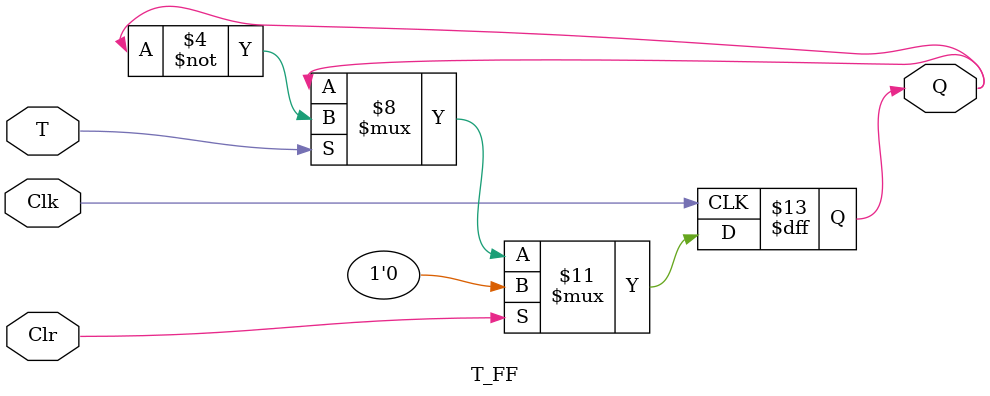
<source format=v>
`timescale 1ns/10ps

module T_FF(T, Clk, Clr, Q);
	input T, Clk, Clr;
	output reg Q;

	always @(posedge Clk)
	begin
		if(Clr == 1'b1)
			Q <= 1'b0;

		else if(T == 1'b1) 
			Q <= ~Q;

		else if(T == 1'b0)
			Q <= Q;
	end
endmodule

</source>
